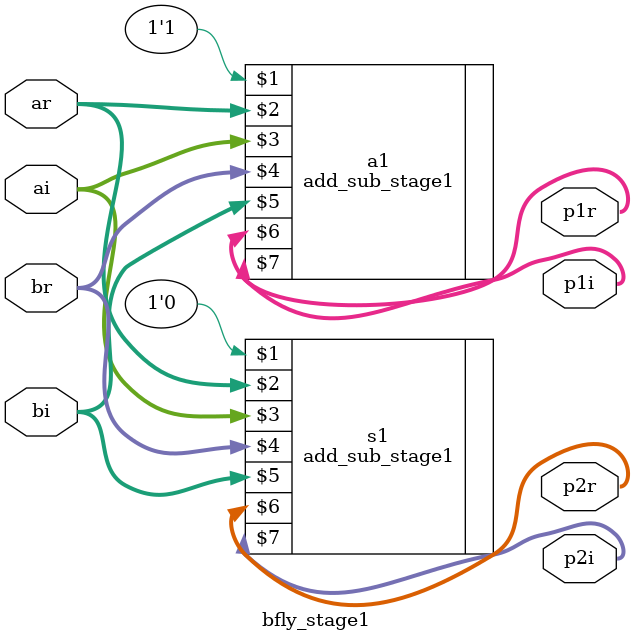
<source format=v>
module bfly_stage1
#(parameter n = 32)
(
    input signed [n-1:0] ar,ai,br,bi,
    output signed [n:0] p1r,p1i,p2r,p2i
);

    add_sub_stage1 a1(1'b1,ar,ai,br,bi,p1r,p1i);
    add_sub_stage1 s1(1'b0,ar,ai,br,bi,p2r,p2i);

endmodule

</source>
